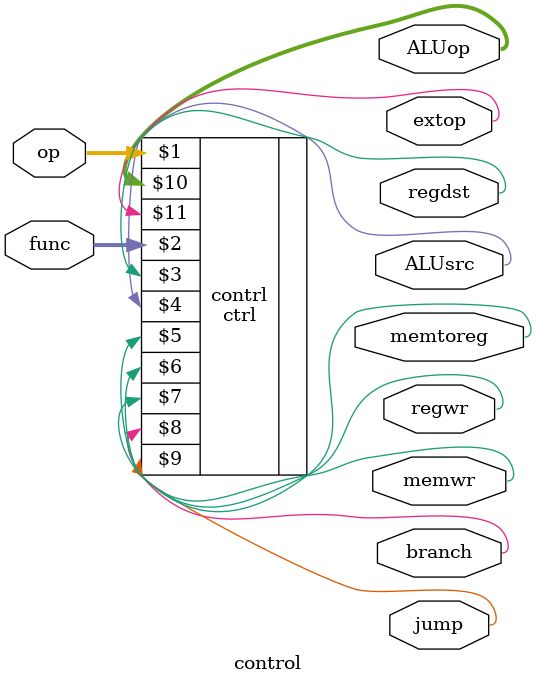
<source format=v>

`include"ctrl.v"
module control(op,func,regdst,ALUsrc,memtoreg,regwr,memwr,branch,jump,ALUop,extop);
/*module ctrl(op,regdst,ALUsrc,memtoreg,regwr,memwr,branch,jump,ALUop);
input [5:0]op;
output regdst; 
output ALUsrc; //alu??????
output memtoreg;
output regwr;
output memwr;
output branch;
output jump;
output [2:0] ALUop;*/
input [5:0]op,func;
output wire regdst,ALUsrc,memtoreg,regwr,memwr,branch,jump,extop;
output wire [2:0]ALUop;
ctrl contrl(op,func,regdst,ALUsrc,memtoreg,regwr,memwr,branch,jump,ALUop,extop);

endmodule 
</source>
